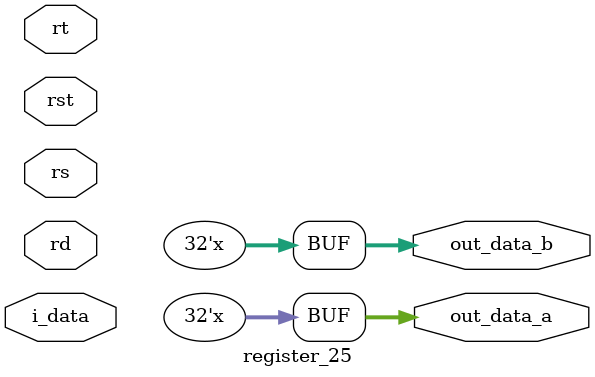
<source format=v>
`timescale 1ns / 1ps

module register_25(rst,rs,rt,rd,i_data,out_data_a,out_data_b);
input rst;
input [4:0]rs,rt,rd;
input [31:0] i_data;
output reg [31:0] out_data_a;
output reg [31:0] out_data_b;

reg [4:0]  reg_num;
reg [31:0] reg_data;

always @(*) begin
      if(rst) begin
            reg_num = 25;
      end
      else begin
          if(reg_num == rs)
               out_data_a <= reg_data;
          if(reg_num == rt)
               out_data_b <= reg_data;
          if(reg_num == rd)    
               reg_data <= i_data;
      end
      
end
endmodule

</source>
